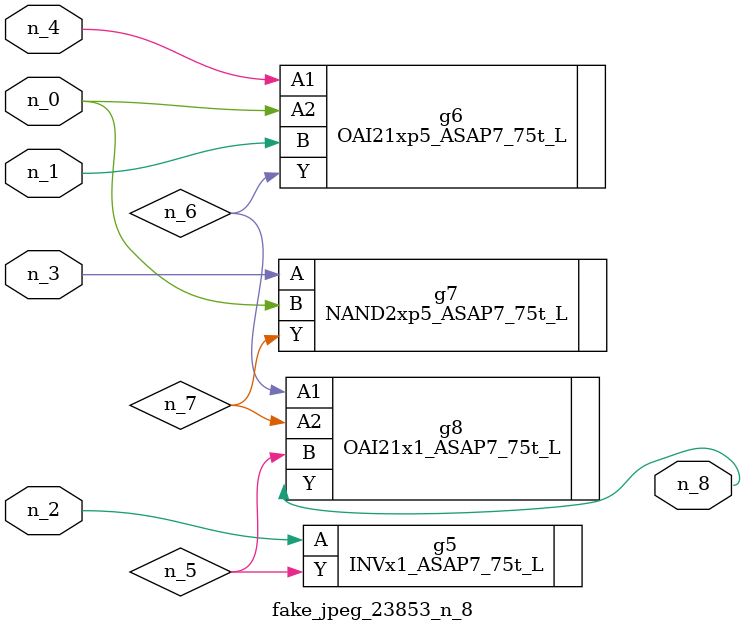
<source format=v>
module fake_jpeg_23853_n_8 (n_3, n_2, n_1, n_0, n_4, n_8);

input n_3;
input n_2;
input n_1;
input n_0;
input n_4;

output n_8;

wire n_6;
wire n_5;
wire n_7;

INVx1_ASAP7_75t_L g5 ( 
.A(n_2),
.Y(n_5)
);

OAI21xp5_ASAP7_75t_L g6 ( 
.A1(n_4),
.A2(n_0),
.B(n_1),
.Y(n_6)
);

NAND2xp5_ASAP7_75t_L g7 ( 
.A(n_3),
.B(n_0),
.Y(n_7)
);

OAI21x1_ASAP7_75t_L g8 ( 
.A1(n_6),
.A2(n_7),
.B(n_5),
.Y(n_8)
);


endmodule
</source>
